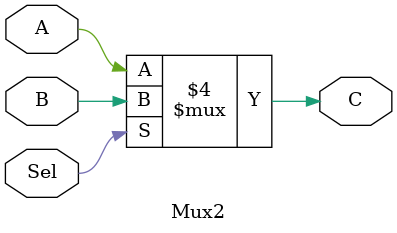
<source format=v>
module Mux2(A,B,Sel,C);

input A,B,Sel;
output reg C;

always @ (A,B,Sel)
begin

if (Sel == 0) C = A;
else C = B;

end
endmodule 
</source>
